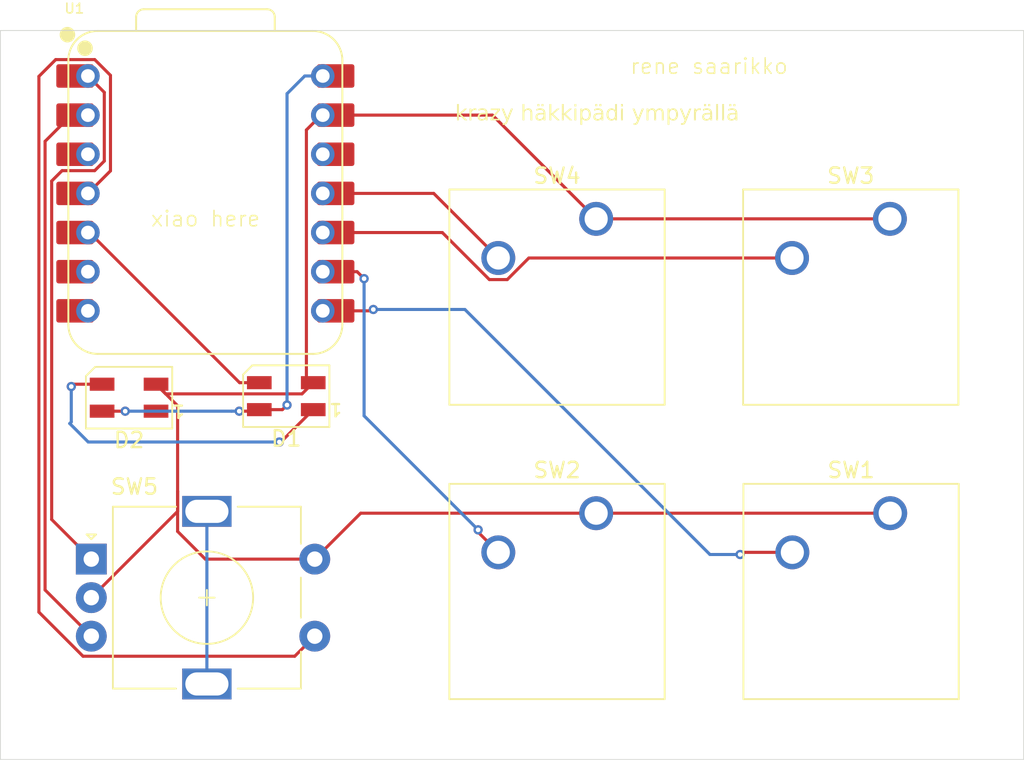
<source format=kicad_pcb>
(kicad_pcb (version 20241229) (generator "pcbnew") (generator_version "9.0")
  (layers (0 "F.Cu" signal) (2 "B.Cu" signal) (13 "F.Paste" user) (15 "B.Paste" user) (5 "F.SilkS" user "F.Silkscreen") (7 "B.SilkS" user "B.Silkscreen") (1 "F.Mask" user) (3 "B.Mask" user) (25 "Edge.Cuts" user))
  (net 0 "")
  (net 1 "Net-(D1-DIN)")
  (net 2 "GND")
  (net 3 "Net-(D1-DOUT)")
  (net 4 "+5V")
  (net 6 "Net-(U1-GPIO1{slash}RX)")
  (net 7 "Net-(U1-GPIO2{slash}SCK)")
  (net 8 "Net-(U1-GPIO4{slash}MISO)")
  (net 9 "Net-(U1-GPIO3{slash}MOSI)")
  (net 14 "Net-(U1-GPIO27{slash}ADC1{slash}A1)")
  (net 15 "Net-(U1-GPIO26{slash}ADC0{slash}A0)")
  (net 16 "Net-(U1-GPIO29{slash}ADC3{slash}A3)")
  (net 17 "unconnected-(SW5-PadMP)")
  (footprint "Button_Switch_Keyboard:SW_Cherry_MX_1.00u_PCB" (layer "F.Cu") (at 182.84 73.72)
    (property "Reference" "SW1" (at -2.54 -2.794 0) (layer "F.SilkS"))
    (property "Value" "SW_Push")
    (fp_line (start -9.525 -1.905) (end 4.445 -1.905) (stroke (width 0.12)) (layer "F.SilkS"))
    (fp_line (start -9.525 12.065) (end -9.525 -1.905) (stroke (width 0.12)) (layer "F.SilkS"))
    (fp_line (start 4.445 -1.905) (end 4.445 12.065) (stroke (width 0.12)) (layer "F.SilkS"))
    (fp_line (start 4.445 12.065) (end -9.525 12.065) (stroke (width 0.12)) (layer "F.SilkS"))
    (pad "" np_thru_hole circle (at -7.62 5.08) (size 1.7 1.7) (drill 1.7) (layers "*.Cu" "*.Mask"))
    (pad "" np_thru_hole circle (at -2.54 5.08) (size 4 4) (drill 4) (layers "*.Cu" "*.Mask"))
    (pad "" np_thru_hole circle (at 2.54 5.08) (size 1.7 1.7) (drill 1.7) (layers "*.Cu" "*.Mask"))
    (pad "1" thru_hole circle (at 0 0) (size 2.2 2.2) (drill 1.5) (layers "*.Cu" "*.Mask") (net 2 "GND"))
    (pad "2" thru_hole circle (at -6.35 2.54) (size 2.2 2.2) (drill 1.5) (layers "*.Cu" "*.Mask") (net 6 "Net-(U1-GPIO1{slash}RX)"))
  )
  (footprint "Button_Switch_Keyboard:SW_Cherry_MX_1.00u_PCB" (layer "F.Cu") (at 163.76 73.72)
    (property "Reference" "SW2" (at -2.54 -2.794 0) (layer "F.SilkS"))
    (property "Value" "SW_Push")
    (fp_line (start -9.525 -1.905) (end 4.445 -1.905) (stroke (width 0.12)) (layer "F.SilkS"))
    (fp_line (start -9.525 12.065) (end -9.525 -1.905) (stroke (width 0.12)) (layer "F.SilkS"))
    (fp_line (start 4.445 -1.905) (end 4.445 12.065) (stroke (width 0.12)) (layer "F.SilkS"))
    (fp_line (start 4.445 12.065) (end -9.525 12.065) (stroke (width 0.12)) (layer "F.SilkS"))
    (pad "" np_thru_hole circle (at -7.62 5.08) (size 1.7 1.7) (drill 1.7) (layers "*.Cu" "*.Mask"))
    (pad "" np_thru_hole circle (at -2.54 5.08) (size 4 4) (drill 4) (layers "*.Cu" "*.Mask"))
    (pad "" np_thru_hole circle (at 2.54 5.08) (size 1.7 1.7) (drill 1.7) (layers "*.Cu" "*.Mask"))
    (pad "1" thru_hole circle (at 0 0) (size 2.2 2.2) (drill 1.5) (layers "*.Cu" "*.Mask") (net 2 "GND"))
    (pad "2" thru_hole circle (at -6.35 2.54) (size 2.2 2.2) (drill 1.5) (layers "*.Cu" "*.Mask") (net 7 "Net-(U1-GPIO2{slash}SCK)"))
  )
  (footprint "Rotary_Encoder:RotaryEncoder_Alps_EC11E-Switch_Vertical_H20mm" (layer "F.Cu") (at 131 76.7)
    (property "Reference" "SW5" (at 2.8 -4.7 0) (layer "F.SilkS"))
    (property "Value" "RotaryEncoder_Switch_MP")
    (fp_line (start -0.3 -1.6) (end 0.3 -1.6) (stroke (width 0.12)) (layer "F.SilkS"))
    (fp_line (start 0 -1.3) (end -0.3 -1.6) (stroke (width 0.12)) (layer "F.SilkS"))
    (fp_line (start 0.3 -1.6) (end 0 -1.3) (stroke (width 0.12)) (layer "F.SilkS"))
    (fp_line (start 1.4 -3.4) (end 1.4 8.4) (stroke (width 0.12)) (layer "F.SilkS"))
    (fp_line (start 5.5 -3.4) (end 1.4 -3.4) (stroke (width 0.12)) (layer "F.SilkS"))
    (fp_line (start 5.5 8.4) (end 1.4 8.4) (stroke (width 0.12)) (layer "F.SilkS"))
    (fp_line (start 7 2.5) (end 8 2.5) (stroke (width 0.12)) (layer "F.SilkS"))
    (fp_line (start 7.5 2) (end 7.5 3) (stroke (width 0.12)) (layer "F.SilkS"))
    (fp_line (start 9.5 -3.4) (end 13.6 -3.4) (stroke (width 0.12)) (layer "F.SilkS"))
    (fp_line (start 13.6 -3.4) (end 13.6 -1) (stroke (width 0.12)) (layer "F.SilkS"))
    (fp_line (start 13.6 1.2) (end 13.6 3.8) (stroke (width 0.12)) (layer "F.SilkS"))
    (fp_line (start 13.6 6) (end 13.6 8.4) (stroke (width 0.12)) (layer "F.SilkS"))
    (fp_line (start 13.6 8.4) (end 9.5 8.4) (stroke (width 0.12)) (layer "F.SilkS"))
    (fp_circle (center 7.5 2.5) (end 10.5 2.5) (stroke (width 0.12)) (fill no) (layer "F.SilkS"))
    (pad "A" thru_hole rect (at 0 0) (size 2 2) (drill 1) (layers "*.Cu" "*.Mask") (net 15 "Net-(U1-GPIO26{slash}ADC0{slash}A0)"))
    (pad "B" thru_hole circle (at 0 5) (size 2 2) (drill 1) (layers "*.Cu" "*.Mask") (net 14 "Net-(U1-GPIO27{slash}ADC1{slash}A1)"))
    (pad "C" thru_hole circle (at 0 2.5) (size 2 2) (drill 1) (layers "*.Cu" "*.Mask") (net 2 "GND"))
    (pad "MP" thru_hole rect (at 7.5 -3.1) (size 3.2 2) (drill oval 2.8 1.5) (layers "*.Cu" "*.Mask") (net 17 "unconnected-(SW5-PadMP)"))
    (pad "MP" thru_hole rect (at 7.5 8.1) (size 3.2 2) (drill oval 2.8 1.5) (layers "*.Cu" "*.Mask") (net 17 "unconnected-(SW5-PadMP)"))
    (pad "S1" thru_hole circle (at 14.5 5) (size 2 2) (drill 1) (layers "*.Cu" "*.Mask") (net 16 "Net-(U1-GPIO29{slash}ADC3{slash}A3)"))
    (pad "S2" thru_hole circle (at 14.5 0) (size 2 2) (drill 1) (layers "*.Cu" "*.Mask") (net 2 "GND"))
  )
  (footprint "Button_Switch_Keyboard:SW_Cherry_MX_1.00u_PCB" (layer "F.Cu") (at 163.76 54.62)
    (property "Reference" "SW4" (at -2.54 -2.794 0) (layer "F.SilkS"))
    (property "Value" "SW_Push")
    (fp_line (start -9.525 -1.905) (end 4.445 -1.905) (stroke (width 0.12)) (layer "F.SilkS"))
    (fp_line (start -9.525 12.065) (end -9.525 -1.905) (stroke (width 0.12)) (layer "F.SilkS"))
    (fp_line (start 4.445 -1.905) (end 4.445 12.065) (stroke (width 0.12)) (layer "F.SilkS"))
    (fp_line (start 4.445 12.065) (end -9.525 12.065) (stroke (width 0.12)) (layer "F.SilkS"))
    (pad "" np_thru_hole circle (at -7.62 5.08) (size 1.7 1.7) (drill 1.7) (layers "*.Cu" "*.Mask"))
    (pad "" np_thru_hole circle (at -2.54 5.08) (size 4 4) (drill 4) (layers "*.Cu" "*.Mask"))
    (pad "" np_thru_hole circle (at 2.54 5.08) (size 1.7 1.7) (drill 1.7) (layers "*.Cu" "*.Mask"))
    (pad "1" thru_hole circle (at 0 0) (size 2.2 2.2) (drill 1.5) (layers "*.Cu" "*.Mask") (net 2 "GND"))
    (pad "2" thru_hole circle (at -6.35 2.54) (size 2.2 2.2) (drill 1.5) (layers "*.Cu" "*.Mask") (net 9 "Net-(U1-GPIO3{slash}MOSI)"))
  )
  (footprint "LED_SMD:LED_SK6812MINI_PLCC4_3.5x3.5mm_P1.75mm" (layer "F.Cu") (at 143.65 66.125 180)
    (property "Reference" "D1" (at 0 -2.75 0) (layer "F.SilkS"))
    (property "Value" "SK6812MINI")
    (fp_line (start 2.8 1.4) (end 2.8 -2) (stroke (width 0.12)) (layer "F.SilkS"))
    (fp_line (start 2.8 1.4) (end 2.2 2) (stroke (width 0.12)) (layer "F.SilkS"))
    (fp_line (start -2.8 2) (end 2.2 2) (stroke (width 0.12)) (layer "F.SilkS"))
    (fp_line (start -2.8 -2) (end 2.8 -2) (stroke (width 0.12)) (layer "F.SilkS"))
    (fp_line (start -2.8 -2) (end -2.8 2) (stroke (width 0.12)) (layer "F.SilkS"))
    (fp_text user "1" (at -3.2 -0.875 180) (layer "F.SilkS") (effects (font (size 0.8 0.8))))
    (pad "1" smd rect (at -1.75 -0.875 180) (size 1.6 0.85) (layers "F.Cu" "F.Mask" "F.Paste") (net 3 "Net-(D1-DOUT)"))
    (pad "2" smd rect (at -1.75 0.875 180) (size 1.6 0.85) (layers "F.Cu" "F.Mask" "F.Paste") (net 2 "GND"))
    (pad "3" smd rect (at 1.75 0.875 180) (size 1.6 0.85) (layers "F.Cu" "F.Mask" "F.Paste") (net 1 "Net-(D1-DIN)"))
    (pad "4" smd rect (at 1.75 -0.875 180) (size 1.6 0.85) (layers "F.Cu" "F.Mask" "F.Paste") (net 4 "+5V"))
  )
  (footprint "OPL:XIAO-RP2040-DIP" (layer "F.Cu") (at 138.4 52.9685)
    (property "Reference" "U1" (at -8.5 -12 0) (layer "F.SilkS") (effects (font (size 0.635 0.635) (thickness 0.1016))))
    (property "Value" "XIAO-RP2040-DIP")
    (fp_line (start -8.89 8.509) (end -8.89 -8.636) (stroke (width 0.127)) (layer "F.SilkS"))
    (fp_line (start -6.985 10.414) (end 6.985 10.414) (stroke (width 0.127)) (layer "F.SilkS"))
    (fp_line (start -4.495 -10.541) (end -4.491272 -11.451272) (stroke (width 0.127)) (layer "F.SilkS"))
    (fp_line (start -3.991272 -11.951) (end 4.004 -11.951) (stroke (width 0.127)) (layer "F.SilkS"))
    (fp_line (start 4.504 -11.451) (end 4.504 -10.541) (stroke (width 0.127)) (layer "F.SilkS"))
    (fp_line (start 6.985 -10.541) (end -6.985 -10.541) (stroke (width 0.1)) (layer "F.SilkS"))
    (fp_line (start 6.985 -10.541) (end -6.985 -10.541) (stroke (width 0.127)) (layer "F.SilkS"))
    (fp_line (start 8.89 8.509) (end 8.89 -8.636) (stroke (width 0.127)) (layer "F.SilkS"))
    (fp_arc (start -8.89 -8.636) (mid -8.332038 -9.983038) (end -6.985 -10.541) (stroke (width 0.127)) (layer "F.SilkS"))
    (fp_arc (start -6.985 10.414) (mid -8.332038 9.856038) (end -8.89 8.509) (stroke (width 0.127)) (layer "F.SilkS"))
    (fp_arc (start -4.491272 -11.451272) (mid -4.344728 -11.80464) (end -3.991272 -11.951) (stroke (width 0.127)) (layer "F.SilkS"))
    (fp_arc (start 4.004 -11.951) (mid 4.357553 -11.804553) (end 4.504 -11.451) (stroke (width 0.127)) (layer "F.SilkS"))
    (fp_arc (start 6.985 -10.541) (mid 8.332038 -9.983038) (end 8.89 -8.636) (stroke (width 0.127)) (layer "F.SilkS"))
    (fp_arc (start 8.89 8.509) (mid 8.332038 9.856038) (end 6.985 10.414) (stroke (width 0.127)) (layer "F.SilkS"))
    (fp_circle (center -8.95 -10.3) (end -8.95 -10.554) (stroke (width 0.5)) (fill yes) (layer "F.SilkS"))
    (fp_circle (center -7.807 -9.42) (end -7.807 -9.674) (stroke (width 0.5)) (fill yes) (layer "F.SilkS"))
    (pad "1" smd roundrect (at -8.455 -7.62 180) (size 2.432 1.524) (layers "F.Cu" "F.Mask") (roundrect_rratio 0.1) (net 15 "Net-(U1-GPIO26{slash}ADC0{slash}A0)"))
    (pad "1" thru_hole circle (at -7.62 -7.62 180) (size 1.524 1.524) (drill 0.889) (layers "*.Cu" "*.Mask") (net 15 "Net-(U1-GPIO26{slash}ADC0{slash}A0)"))
    (pad "2" smd roundrect (at -8.455 -5.08 180) (size 2.432 1.524) (layers "F.Cu" "F.Mask") (roundrect_rratio 0.1) (net 14 "Net-(U1-GPIO27{slash}ADC1{slash}A1)"))
    (pad "2" thru_hole circle (at -7.62 -5.08 180) (size 1.524 1.524) (drill 0.889) (layers "*.Cu" "*.Mask") (net 14 "Net-(U1-GPIO27{slash}ADC1{slash}A1)"))
    (pad "3" smd roundrect (at -8.455 -2.54 180) (size 2.432 1.524) (layers "F.Cu" "F.Mask") (roundrect_rratio 0.1))
    (pad "3" thru_hole circle (at -7.62 -2.54 180) (size 1.524 1.524) (drill 0.889) (layers "*.Cu" "*.Mask"))
    (pad "4" smd roundrect (at -8.455 0 180) (size 2.432 1.524) (layers "F.Cu" "F.Mask") (roundrect_rratio 0.1) (net 16 "Net-(U1-GPIO29{slash}ADC3{slash}A3)"))
    (pad "4" thru_hole circle (at -7.62 0 180) (size 1.524 1.524) (drill 0.889) (layers "*.Cu" "*.Mask") (net 16 "Net-(U1-GPIO29{slash}ADC3{slash}A3)"))
    (pad "5" smd roundrect (at -8.455 2.54 180) (size 2.432 1.524) (layers "F.Cu" "F.Mask") (roundrect_rratio 0.1) (net 1 "Net-(D1-DIN)"))
    (pad "5" thru_hole circle (at -7.62 2.54 180) (size 1.524 1.524) (drill 0.889) (layers "*.Cu" "*.Mask") (net 1 "Net-(D1-DIN)"))
    (pad "6" smd roundrect (at -8.455 5.08 180) (size 2.432 1.524) (layers "F.Cu" "F.Mask") (roundrect_rratio 0.1))
    (pad "6" thru_hole circle (at -7.62 5.08 180) (size 1.524 1.524) (drill 0.889) (layers "*.Cu" "*.Mask"))
    (pad "7" smd roundrect (at -8.455 7.62 180) (size 2.432 1.524) (layers "F.Cu" "F.Mask") (roundrect_rratio 0.1))
    (pad "7" thru_hole circle (at -7.62 7.62 180) (size 1.524 1.524) (drill 0.889) (layers "*.Cu" "*.Mask"))
    (pad "8" thru_hole circle (at 7.62 7.62) (size 1.524 1.524) (drill 0.889) (layers "*.Cu" "*.Mask") (net 6 "Net-(U1-GPIO1{slash}RX)"))
    (pad "8" smd roundrect (at 8.455 7.62) (size 2.432 1.524) (layers "F.Cu" "F.Mask") (roundrect_rratio 0.1) (net 6 "Net-(U1-GPIO1{slash}RX)"))
    (pad "9" thru_hole circle (at 7.62 5.08) (size 1.524 1.524) (drill 0.889) (layers "*.Cu" "*.Mask") (net 7 "Net-(U1-GPIO2{slash}SCK)"))
    (pad "9" smd roundrect (at 8.455 5.08) (size 2.432 1.524) (layers "F.Cu" "F.Mask") (roundrect_rratio 0.1) (net 7 "Net-(U1-GPIO2{slash}SCK)"))
    (pad "10" thru_hole circle (at 7.62 2.54) (size 1.524 1.524) (drill 0.889) (layers "*.Cu" "*.Mask") (net 8 "Net-(U1-GPIO4{slash}MISO)"))
    (pad "10" smd roundrect (at 8.455 2.54) (size 2.432 1.524) (layers "F.Cu" "F.Mask") (roundrect_rratio 0.1) (net 8 "Net-(U1-GPIO4{slash}MISO)"))
    (pad "11" thru_hole circle (at 7.62 0) (size 1.524 1.524) (drill 0.889) (layers "*.Cu" "*.Mask") (net 9 "Net-(U1-GPIO3{slash}MOSI)"))
    (pad "11" smd roundrect (at 8.455 0) (size 2.432 1.524) (layers "F.Cu" "F.Mask") (roundrect_rratio 0.1) (net 9 "Net-(U1-GPIO3{slash}MOSI)"))
    (pad "12" thru_hole circle (at 7.62 -2.54) (size 1.524 1.524) (drill 0.889) (layers "*.Cu" "*.Mask"))
    (pad "12" smd roundrect (at 8.455 -2.54) (size 2.432 1.524) (layers "F.Cu" "F.Mask") (roundrect_rratio 0.1))
    (pad "13" thru_hole circle (at 7.62 -5.08) (size 1.524 1.524) (drill 0.889) (layers "*.Cu" "*.Mask") (net 2 "GND"))
    (pad "13" smd roundrect (at 8.455 -5.08) (size 2.432 1.524) (layers "F.Cu" "F.Mask") (roundrect_rratio 0.1) (net 2 "GND"))
    (pad "14" thru_hole circle (at 7.62 -7.62) (size 1.524 1.524) (drill 0.889) (layers "*.Cu" "*.Mask") (net 4 "+5V"))
    (pad "14" smd roundrect (at 8.455 -7.62) (size 2.432 1.524) (layers "F.Cu" "F.Mask") (roundrect_rratio 0.1) (net 4 "+5V"))
  )
  (footprint "LED_SMD:LED_SK6812MINI_PLCC4_3.5x3.5mm_P1.75mm" (layer "F.Cu") (at 133.45 66.225 180)
    (property "Reference" "D2" (at 0 -2.75 0) (layer "F.SilkS"))
    (property "Value" "SK6812MINI")
    (fp_line (start 2.8 1.4) (end 2.8 -2) (stroke (width 0.12)) (layer "F.SilkS"))
    (fp_line (start 2.8 1.4) (end 2.2 2) (stroke (width 0.12)) (layer "F.SilkS"))
    (fp_line (start -2.8 2) (end 2.2 2) (stroke (width 0.12)) (layer "F.SilkS"))
    (fp_line (start -2.8 -2) (end 2.8 -2) (stroke (width 0.12)) (layer "F.SilkS"))
    (fp_line (start -2.8 -2) (end -2.8 2) (stroke (width 0.12)) (layer "F.SilkS"))
    (fp_text user "1" (at -3.2 -0.875 180) (layer "F.SilkS") (effects (font (size 0.8 0.8))))
    (pad "1" smd rect (at -1.75 -0.875 180) (size 1.6 0.85) (layers "F.Cu" "F.Mask" "F.Paste"))
    (pad "2" smd rect (at -1.75 0.875 180) (size 1.6 0.85) (layers "F.Cu" "F.Mask" "F.Paste") (net 2 "GND"))
    (pad "3" smd rect (at 1.75 0.875 180) (size 1.6 0.85) (layers "F.Cu" "F.Mask" "F.Paste") (net 3 "Net-(D1-DOUT)"))
    (pad "4" smd rect (at 1.75 -0.875 180) (size 1.6 0.85) (layers "F.Cu" "F.Mask" "F.Paste") (net 4 "+5V"))
  )
  (footprint "Button_Switch_Keyboard:SW_Cherry_MX_1.00u_PCB" (layer "F.Cu") (at 182.82 54.62)
    (property "Reference" "SW3" (at -2.54 -2.794 0) (layer "F.SilkS"))
    (property "Value" "SW_Push")
    (fp_line (start -9.525 -1.905) (end 4.445 -1.905) (stroke (width 0.12)) (layer "F.SilkS"))
    (fp_line (start -9.525 12.065) (end -9.525 -1.905) (stroke (width 0.12)) (layer "F.SilkS"))
    (fp_line (start 4.445 -1.905) (end 4.445 12.065) (stroke (width 0.12)) (layer "F.SilkS"))
    (fp_line (start 4.445 12.065) (end -9.525 12.065) (stroke (width 0.12)) (layer "F.SilkS"))
    (pad "" np_thru_hole circle (at -7.62 5.08) (size 1.7 1.7) (drill 1.7) (layers "*.Cu" "*.Mask"))
    (pad "" np_thru_hole circle (at -2.54 5.08) (size 4 4) (drill 4) (layers "*.Cu" "*.Mask"))
    (pad "" np_thru_hole circle (at 2.54 5.08) (size 1.7 1.7) (drill 1.7) (layers "*.Cu" "*.Mask"))
    (pad "1" thru_hole circle (at 0 0) (size 2.2 2.2) (drill 1.5) (layers "*.Cu" "*.Mask") (net 2 "GND"))
    (pad "2" thru_hole circle (at -6.35 2.54) (size 2.2 2.2) (drill 1.5) (layers "*.Cu" "*.Mask") (net 8 "Net-(U1-GPIO4{slash}MISO)"))
  )
  (gr_rect (start 125.1 42.4) (end 191.5 89.7) (stroke (width 0.05)) (fill no) (layer "Edge.Cuts"))
  (gr_text "xiao here" (at 134.8 55.2 0) (layer "F.SilkS") (effects (font (size 1 1) (thickness 0.1)) (justify left bottom)))
  (gr_text "krazy häkkipädi ympyrällä" (at 154.6 48.4 0) (layer "F.SilkS") (effects (font (size 1 1) (thickness 0.1)) (justify left bottom)))
  (gr_text "rene saarikko" (at 165.9 45.3 0) (layer "F.SilkS") (effects (font (size 1 1) (thickness 0.1)) (justify left bottom)))
  (segment (start 140.6215 65.25) (end 130.78 55.4085) (width 0.2) (layer "F.Cu") (net 1))
  (segment (start 141.9 65.25) (end 140.6215 65.25) (width 0.2) (layer "F.Cu") (net 1))
  (segment (start 144.674 65.976) (end 135.826 65.976) (width 0.2) (layer "F.Cu") (net 2))
  (segment (start 148.48 73.72) (end 145.5 76.7) (width 0.2) (layer "F.Cu") (net 2))
  (segment (start 163.76 54.62) (end 157.0285 47.8885) (width 0.2) (layer "F.Cu") (net 2))
  (segment (start 145.5 76.7) (end 138.398 76.7) (width 0.2) (layer "F.Cu") (net 2))
  (segment (start 182.82 54.62) (end 163.76 54.62) (width 0.2) (layer "F.Cu") (net 2))
  (segment (start 182.84 73.72) (end 163.76 73.72) (width 0.2) (layer "F.Cu") (net 2))
  (segment (start 157.0285 47.8885) (end 146.02 47.8885) (width 0.2) (layer "F.Cu") (net 2))
  (segment (start 144.674 65.976) (end 145.4 65.25) (width 0.2) (layer "F.Cu") (net 2))
  (segment (start 136.6 73.6) (end 131 79.2) (width 0.2) (layer "F.Cu") (net 2))
  (segment (start 136.6 66.75) (end 136.6 72.3) (width 0.2) (layer "F.Cu") (net 2))
  (segment (start 144.957 48.8515) (end 146.02 47.7885) (width 0.2) (layer "F.Cu") (net 2))
  (segment (start 136.6 74.902) (end 136.6 72.3) (width 0.2) (layer "F.Cu") (net 2))
  (segment (start 135.2 65.35) (end 136.6 66.75) (width 0.2) (layer "F.Cu") (net 2))
  (segment (start 135.826 65.976) (end 135.2 65.35) (width 0.2) (layer "F.Cu") (net 2))
  (segment (start 144.957 64.807) (end 144.957 48.8515) (width 0.2) (layer "F.Cu") (net 2))
  (segment (start 163.76 73.72) (end 148.48 73.72) (width 0.2) (layer "F.Cu") (net 2))
  (segment (start 136.6 72.3) (end 136.6 73.6) (width 0.2) (layer "F.Cu") (net 2))
  (segment (start 138.398 76.7) (end 136.6 74.902) (width 0.2) (layer "F.Cu") (net 2))
  (segment (start 145.4 67) (end 143.3 69.1) (width 0.2) (layer "F.Cu") (net 3))
  (segment (start 143.3 69.1) (end 143.2 69.1) (width 0.2) (layer "F.Cu") (net 3))
  (segment (start 129.85 65.35) (end 131.7 65.35) (width 0.2) (layer "F.Cu") (net 3))
  (segment (start 129.7 65.5) (end 129.85 65.35) (width 0.2) (layer "F.Cu") (net 3))
  (via (at 129.7 65.5) (size 0.6) (drill 0.3) (layers "F.Cu" "B.Cu") (net 3))
  (via (at 143.2 69.1) (size 0.6) (drill 0.3) (layers "F.Cu" "B.Cu") (net 3))
  (segment (start 129.7 67.8) (end 129.7 65.5) (width 0.2) (layer "B.Cu") (net 3))
  (segment (start 129.6 65.6) (end 129.7 65.5) (width 0.2) (layer "B.Cu") (net 3))
  (segment (start 130.8 69.1) (end 129.6 67.9) (width 0.2) (layer "B.Cu") (net 3))
  (segment (start 129.6 67.9) (end 129.7 67.8) (width 0.2) (layer "B.Cu") (net 3))
  (segment (start 143.2 69.1) (end 130.8 69.1) (width 0.2) (layer "B.Cu") (net 3))
  (segment (start 131.7 67.1) (end 133.2 67.1) (width 0.2) (layer "F.Cu") (net 4))
  (segment (start 140.6 67.1) (end 141.8 67.1) (width 0.2) (layer "F.Cu") (net 4))
  (segment (start 141.9 67) (end 143.4 67) (width 0.2) (layer "F.Cu") (net 4))
  (segment (start 141.8 67.1) (end 141.9 67) (width 0.2) (layer "F.Cu") (net 4))
  (segment (start 143.4 67) (end 143.7 66.7) (width 0.2) (layer "F.Cu") (net 4))
  (via (at 133.2 67.1) (size 0.6) (drill 0.3) (layers "F.Cu" "B.Cu") (net 4))
  (via (at 143.7 66.7) (size 0.6) (drill 0.3) (layers "F.Cu" "B.Cu") (net 4))
  (via (at 140.6 67.1) (size 0.6) (drill 0.3) (layers "F.Cu" "B.Cu") (net 4))
  (segment (start 143.7 46.5) (end 144.8515 45.3485) (width 0.2) (layer "B.Cu") (net 4))
  (segment (start 133.2 67.1) (end 140.1 67.1) (width 0.2) (layer "B.Cu") (net 4))
  (segment (start 140.1 67.1) (end 140.6 67.1) (width 0.2) (layer "B.Cu") (net 4))
  (segment (start 144.8515 45.3485) (end 146.02 45.3485) (width 0.2) (layer "B.Cu") (net 4))
  (segment (start 143.7 66.7) (end 143.7 46.5) (width 0.2) (layer "B.Cu") (net 4))
  (segment (start 149.2115 60.5885) (end 149.3 60.5) (width 0.2) (layer "F.Cu") (net 6))
  (segment (start 173.24 76.26) (end 173.1 76.4) (width 0.2) (layer "F.Cu") (net 6))
  (segment (start 146.02 60.5885) (end 149.2115 60.5885) (width 0.2) (layer "F.Cu") (net 6))
  (segment (start 176.49 76.26) (end 173.24 76.26) (width 0.2) (layer "F.Cu") (net 6))
  (via (at 149.3 60.5) (size 0.6) (drill 0.3) (layers "F.Cu" "B.Cu") (net 6))
  (via (at 173.1 76.4) (size 0.6) (drill 0.3) (layers "F.Cu" "B.Cu") (net 6))
  (segment (start 171.14153 76.4) (end 155.24153 60.5) (width 0.2) (layer "B.Cu") (net 6))
  (segment (start 173.1 76.4) (end 171.14153 76.4) (width 0.2) (layer "B.Cu") (net 6))
  (segment (start 155.24153 60.5) (end 149.3 60.5) (width 0.2) (layer "B.Cu") (net 6))
  (segment (start 148.2485 58.0485) (end 146.02 58.0485) (width 0.2) (layer "F.Cu") (net 7))
  (segment (start 148.7 58.5) (end 148.2485 58.0485) (width 0.2) (layer "F.Cu") (net 7))
  (segment (start 157.41 76.26) (end 156.1 74.95) (width 0.2) (layer "F.Cu") (net 7))
  (segment (start 156.1 74.95) (end 156.1 74.8) (width 0.2) (layer "F.Cu") (net 7))
  (via (at 156.1 74.8) (size 0.6) (drill 0.3) (layers "F.Cu" "B.Cu") (net 7))
  (via (at 148.7 58.5) (size 0.6) (drill 0.3) (layers "F.Cu" "B.Cu") (net 7))
  (segment (start 148.7 67.4) (end 148.7 58.5) (width 0.2) (layer "B.Cu") (net 7))
  (segment (start 156.1 74.8) (end 148.7 67.4) (width 0.2) (layer "B.Cu") (net 7))
  (segment (start 153.777186 55.5085) (end 146.855 55.5085) (width 0.2) (layer "F.Cu") (net 8))
  (segment (start 159.391314 57.16) (end 157.990314 58.561) (width 0.2) (layer "F.Cu") (net 8))
  (segment (start 176.47 57.16) (end 159.391314 57.16) (width 0.2) (layer "F.Cu") (net 8))
  (segment (start 157.990314 58.561) (end 156.829686 58.561) (width 0.2) (layer "F.Cu") (net 8))
  (segment (start 156.829686 58.561) (end 153.777186 55.5085) (width 0.2) (layer "F.Cu") (net 8))
  (segment (start 157.41 57.16) (end 153.2185 52.9685) (width 0.2) (layer "F.Cu") (net 9))
  (segment (start 153.2185 52.9685) (end 146.855 52.9685) (width 0.2) (layer "F.Cu") (net 9))
  (segment (start 147.0635 52.66) (end 146.855 52.8685) (width 0.2) (layer "F.Cu") (net 9))
  (segment (start 131 81.7) (end 128 78.7) (width 0.2) (layer "F.Cu") (net 14))
  (segment (start 129.70237 47.8885) (end 130.78 47.8885) (width 0.2) (layer "F.Cu") (net 14))
  (segment (start 128 78.7) (end 128 49.59087) (width 0.2) (layer "F.Cu") (net 14))
  (segment (start 128 49.59087) (end 129.70237 47.8885) (width 0.2) (layer "F.Cu") (net 14))
  (segment (start 131.843 46.4115) (end 130.78 45.3485) (width 0.2) (layer "F.Cu") (net 15))
  (segment (start 129.103374 51.4915) (end 131.22031 51.4915) (width 0.2) (layer "F.Cu") (net 15))
  (segment (start 128.428 74.128) (end 128.428 52.166874) (width 0.2) (layer "F.Cu") (net 15))
  (segment (start 128.428 52.166874) (end 129.103374 51.4915) (width 0.2) (layer "F.Cu") (net 15))
  (segment (start 131.22031 51.4915) (end 131.843 50.86881) (width 0.2) (layer "F.Cu") (net 15))
  (segment (start 131 76.7) (end 128.428 74.128) (width 0.2) (layer "F.Cu") (net 15))
  (segment (start 131.843 50.86881) (end 131.843 46.4115) (width 0.2) (layer "F.Cu") (net 15))
  (segment (start 131.22031 44.2855) (end 132.244 45.30919) (width 0.2) (layer "F.Cu") (net 16))
  (segment (start 132.244 51.5045) (end 130.78 52.9685) (width 0.2) (layer "F.Cu") (net 16))
  (segment (start 127.599 45.375874) (end 128.689374 44.2855) (width 0.2) (layer "F.Cu") (net 16))
  (segment (start 128.689374 44.2855) (end 131.22031 44.2855) (width 0.2) (layer "F.Cu") (net 16))
  (segment (start 127.599 80.138892) (end 127.599 45.375874) (width 0.2) (layer "F.Cu") (net 16))
  (segment (start 130.461108 83.001) (end 127.599 80.138892) (width 0.2) (layer "F.Cu") (net 16))
  (segment (start 145.5 81.7) (end 144.199 83.001) (width 0.2) (layer "F.Cu") (net 16))
  (segment (start 144.199 83.001) (end 130.461108 83.001) (width 0.2) (layer "F.Cu") (net 16))
  (segment (start 132.244 45.30919) (end 132.244 51.5045) (width 0.2) (layer "F.Cu") (net 16))
  (segment (start 138.5 73.6) (end 138.5 84.8) (width 0.2) (layer "B.Cu") (net 17))
)
</source>
